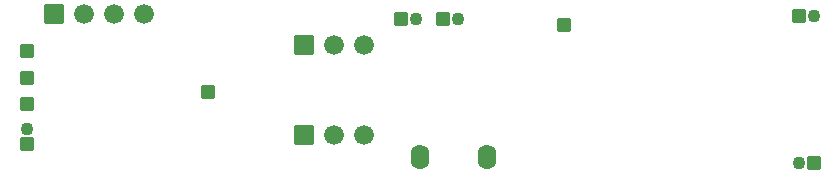
<source format=gbs>
G04 Layer: BottomSolderMaskLayer*
G04 EasyEDA v6.5.22, 2023-02-02 12:04:13*
G04 e40c6f2ac48d42a8ab01bc531f02f979,d89026aa57f64e8aa15d5895f5b481f1,10*
G04 Gerber Generator version 0.2*
G04 Scale: 100 percent, Rotated: No, Reflected: No *
G04 Dimensions in millimeters *
G04 leading zeros omitted , absolute positions ,4 integer and 5 decimal *
%FSLAX45Y45*%
%MOMM*%

%AMMACRO1*1,1,$1,$2,$3*1,1,$1,$4,$5*1,1,$1,0-$2,0-$3*1,1,$1,0-$4,0-$5*20,1,$1,$2,$3,$4,$5,0*20,1,$1,$4,$5,0-$2,0-$3,0*20,1,$1,0-$2,0-$3,0-$4,0-$5,0*20,1,$1,0-$4,0-$5,$2,$3,0*4,1,4,$2,$3,$4,$5,0-$2,0-$3,0-$4,0-$5,$2,$3,0*%
%ADD10MACRO1,0.1016X0.508X0.508X-0.508X0.508*%
%ADD11O,1.6015970000000002X2.1015960000000002*%
%ADD12MACRO1,0.1016X-0.508X0.508X0.508X0.508*%
%ADD13MACRO1,0.1016X-0.5X0.5X0.5X0.5*%
%ADD14C,1.1016*%
%ADD15MACRO1,0.1016X0.5X-0.5X-0.5X-0.5*%
%ADD16MACRO1,0.1016X-0.5X-0.5X-0.5X0.5*%
%ADD17C,1.6764*%
%ADD18MACRO1,0.1016X-0.7874X0.7874X0.7874X0.7874*%

%LPD*%
D10*
G01*
X199999Y-475000D03*
G01*
X199999Y-699998D03*
G01*
X1737497Y-824999D03*
D11*
G01*
X3529533Y-1369898D03*
G01*
X4095546Y-1369898D03*
D12*
G01*
X199999Y-924999D03*
D13*
G01*
X3373993Y-199999D03*
D14*
G01*
X3501009Y-199999D03*
D13*
G01*
X6736486Y-175000D03*
D14*
G01*
X6863486Y-175005D03*
D15*
G01*
X6863486Y-1424998D03*
D14*
G01*
X6736486Y-1424990D03*
D13*
G01*
X3723993Y-199999D03*
D14*
G01*
X3850995Y-199999D03*
D16*
G01*
X199999Y-1263497D03*
D14*
G01*
X199999Y-1136497D03*
D17*
G01*
X3053994Y-418998D03*
G01*
X2799994Y-418998D03*
D18*
G01*
X2545994Y-418998D03*
G01*
X2545994Y-1180998D03*
D17*
G01*
X2799994Y-1180998D03*
G01*
X3053994Y-1180998D03*
D18*
G01*
X431497Y-162499D03*
D17*
G01*
X685495Y-162509D03*
G01*
X939495Y-162509D03*
G01*
X1193495Y-162509D03*
D12*
G01*
X4749990Y-249999D03*
M02*

</source>
